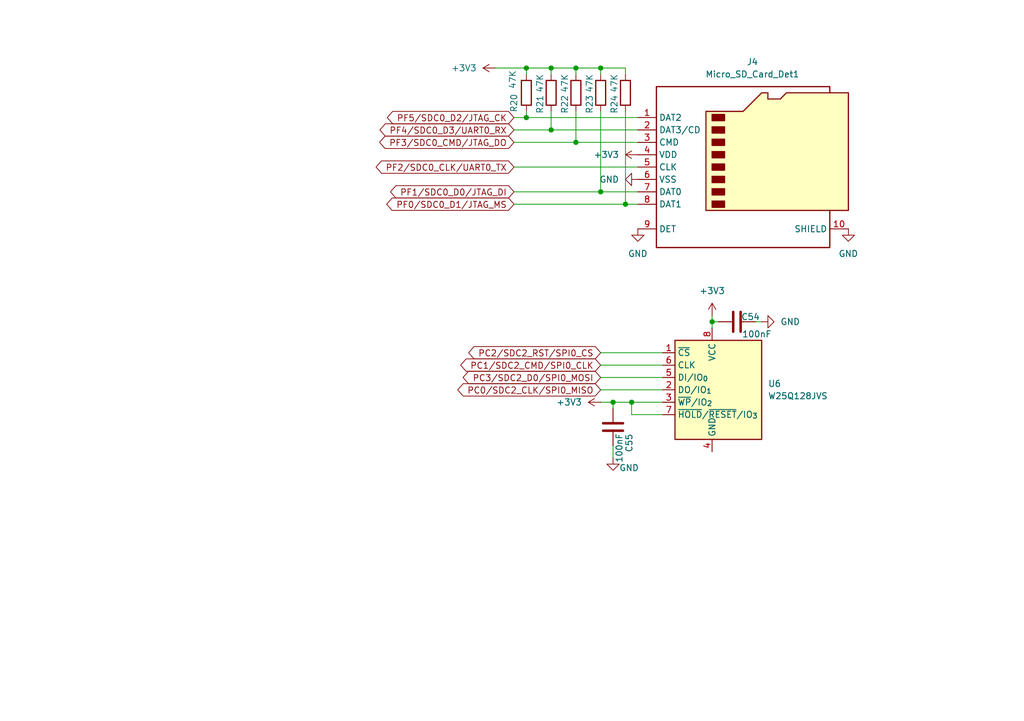
<source format=kicad_sch>
(kicad_sch (version 20250114) (generator "eeschema") (generator_version "9.0")
  (paper "A5")
  (lib_symbols
    (symbol "Connector:Micro_SD_Card_Det1"
      (property "Reference" "J" (at -16.51 17.78 0))
      (property "Value" "Micro_SD_Card_Det1" (at 16.51 17.78 0))
      (symbol "Micro_SD_Card_Det1_0_1"
        (polyline (pts (xy -8.89 -8.89) (xy -8.89 11.43) (xy -1.27 11.43) (xy 2.54 15.24) (xy 3.81 15.24) (xy 3.81 13.97) (xy 6.35 13.97) (xy 7.62 15.24) (xy 20.32 15.24) (xy 20.32 -8.89) (xy -8.89 -8.89)) (stroke (width 0.254)) (fill (type background)))
        (rectangle (start -7.62 10.795) (end -5.08 9.525) (stroke (width 0.254)) (fill (type outline)))
        (rectangle (start -7.62 8.255) (end -5.08 6.985) (stroke (width 0.254)) (fill (type outline)))
        (rectangle (start -7.62 5.715) (end -5.08 4.445) (stroke (width 0.254)) (fill (type outline)))
        (rectangle (start -7.62 3.175) (end -5.08 1.905) (stroke (width 0.254)) (fill (type outline)))
        (rectangle (start -7.62 0.635) (end -5.08 -0.635) (stroke (width 0.254)) (fill (type outline)))
        (rectangle (start -7.62 -1.905) (end -5.08 -3.175) (stroke (width 0.254)) (fill (type outline)))
        (rectangle (start -7.62 -4.445) (end -5.08 -5.715) (stroke (width 0.254)) (fill (type outline)))
        (rectangle (start -7.62 -6.985) (end -5.08 -8.255) (stroke (width 0.254)) (fill (type outline)))
        (polyline (pts (xy 16.51 15.24) (xy 16.51 16.51) (xy -19.05 16.51) (xy -19.05 -16.51) (xy 16.51 -16.51) (xy 16.51 -8.89)) (stroke (width 0.254)))
      )
      (symbol "Micro_SD_Card_Det1_1_1"
        (pin bidirectional line (at -22.86 10.16 0) (length 3.81) (name "DAT2") (number "1"))
        (pin bidirectional line (at -22.86 7.62 0) (length 3.81) (name "DAT3/CD") (number "2"))
        (pin input line (at -22.86 5.08 0) (length 3.81) (name "CMD") (number "3"))
        (pin power_in line (at -22.86 2.54 0) (length 3.81) (name "VDD") (number "4"))
        (pin input line (at -22.86 0 0) (length 3.81) (name "CLK") (number "5"))
        (pin power_in line (at -22.86 -2.54 0) (length 3.81) (name "VSS") (number "6"))
        (pin bidirectional line (at -22.86 -5.08 0) (length 3.81) (name "DAT0") (number "7"))
        (pin bidirectional line (at -22.86 -7.62 0) (length 3.81) (name "DAT1") (number "8"))
        (pin passive line (at -22.86 -12.7 0) (length 3.81) (name "DET") (number "9"))
        (pin passive line (at 20.32 -12.7 180) (length 3.81) (name "SHIELD") (number "10"))
      )
    )
    (symbol "Device:C" (pin_numbers (hide yes)) (pin_names (offset 0.254))
      (property "Reference" "C" (at 0.635 2.54 0))
      (property "Value" "C" (at 0.635 -2.54 0))
      (symbol "C_0_1"
        (polyline (pts (xy -2.032 0.762) (xy 2.032 0.762)) (stroke (width 0.508)))
        (polyline (pts (xy -2.032 -0.762) (xy 2.032 -0.762)) (stroke (width 0.508)))
      )
      (symbol "C_1_1"
        (pin passive line (at 0 3.81 270) (length 2.794) (name "~") (number "1"))
        (pin passive line (at 0 -3.81 90) (length 2.794) (name "~") (number "2"))
      )
    )
    (symbol "Device:R" (pin_numbers (hide yes)) (pin_names (offset 0))
      (property "Reference" "R" (at 2.032 0 90))
      (property "Value" "R" (at 0 0 90))
      (symbol "R_0_1"
        (rectangle (start -1.016 -2.54) (end 1.016 2.54) (stroke (width 0.254)))
      )
      (symbol "R_1_1"
        (pin passive line (at 0 3.81 270) (length 1.27) (name "~") (number "1"))
        (pin passive line (at 0 -3.81 90) (length 1.27) (name "~") (number "2"))
      )
    )
    (symbol "Memory_Flash:W25Q128JVS"
      (property "Reference" "U" (at -6.35 11.43 0))
      (property "Value" "W25Q128JVS" (at 7.62 11.43 0))
      (symbol "W25Q128JVS_0_1"
        (rectangle (start -7.62 10.16) (end 10.16 -10.16) (stroke (width 0.254)) (fill (type background)))
      )
      (symbol "W25Q128JVS_1_1"
        (pin input line (at -10.16 7.62 0) (length 2.54) (name "~{CS}") (number "1"))
        (pin input line (at -10.16 5.08 0) (length 2.54) (name "CLK") (number "6"))
        (pin bidirectional line (at -10.16 2.54 0) (length 2.54) (name "DI/IO_{0}") (number "5"))
        (pin bidirectional line (at -10.16 0 0) (length 2.54) (name "DO/IO_{1}") (number "2"))
        (pin bidirectional line (at -10.16 -2.54 0) (length 2.54) (name "~{WP}/IO_{2}") (number "3"))
        (pin bidirectional line (at -10.16 -5.08 0) (length 2.54) (name "~{HOLD}/~{RESET}/IO_{3}") (number "7"))
        (pin power_in line (at 0 12.7 270) (length 2.54) (name "VCC") (number "8"))
        (pin power_in line (at 0 -12.7 90) (length 2.54) (name "GND") (number "4"))
      )
    )
    (symbol "power:+3V3" (power) (pin_numbers (hide yes)) (pin_names (offset 0) (hide yes))
      (property "Value" "+3V3" (at 0 3.556 0))
      (symbol "+3V3_0_1"
        (polyline (pts (xy -0.762 1.27) (xy 0 2.54)))
        (polyline (pts (xy 0 2.54) (xy 0.762 1.27)))
        (polyline (pts (xy 0 0) (xy 0 2.54)))
      )
      (symbol "+3V3_1_1"
        (pin power_in line (at 0 0 90) (length 0) (name "~") (number "1"))
      )
    )
    (symbol "power:GND" (power) (pin_numbers (hide yes)) (pin_names (offset 0) (hide yes))
      (property "Value" "GND" (at 0 -3.81 0))
      (symbol "GND_0_1"
        (polyline (pts (xy 0 0) (xy 0 -1.27) (xy 1.27 -1.27) (xy 0 -2.54) (xy -1.27 -1.27) (xy 0 -1.27)))
      )
      (symbol "GND_1_1"
        (pin power_in line (at 0 0 270) (length 0) (name "~") (number "1"))
      )
    )
  )
  (junction (at 146.05 66.04))
  (junction (at 113.03 26.67))
  (junction (at 107.95 24.13))
  (junction (at 123.19 39.37))
  (junction (at 107.95 13.97))
  (junction (at 125.73 82.55))
  (junction (at 113.03 13.97))
  (junction (at 128.27 41.91))
  (junction (at 129.54 82.55))
  (junction (at 123.19 13.97))
  (junction (at 118.11 13.97))
  (junction (at 118.11 29.21))
  (wire (pts (xy 105.41 34.29) (xy 130.81 34.29)))
  (wire (pts (xy 118.11 13.97) (xy 123.19 13.97)))
  (wire (pts (xy 147.32 66.04) (xy 146.05 66.04)))
  (wire (pts (xy 105.41 41.91) (xy 128.27 41.91)))
  (wire (pts (xy 105.41 39.37) (xy 123.19 39.37)))
  (wire (pts (xy 123.19 39.37) (xy 130.81 39.37)))
  (wire (pts (xy 146.05 66.04) (xy 146.05 67.31)))
  (wire (pts (xy 105.41 24.13) (xy 107.95 24.13)))
  (wire (pts (xy 113.03 22.86) (xy 113.03 26.67)))
  (wire (pts (xy 123.19 80.01) (xy 135.89 80.01)))
  (wire (pts (xy 125.73 91.44) (xy 125.73 93.98)))
  (wire (pts (xy 113.03 13.97) (xy 113.03 15.24)))
  (wire (pts (xy 101.6 13.97) (xy 107.95 13.97)))
  (wire (pts (xy 105.41 26.67) (xy 113.03 26.67)))
  (wire (pts (xy 146.05 64.77) (xy 146.05 66.04)))
  (wire (pts (xy 128.27 13.97) (xy 128.27 15.24)))
  (wire (pts (xy 123.19 22.86) (xy 123.19 39.37)))
  (wire (pts (xy 128.27 22.86) (xy 128.27 41.91)))
  (wire (pts (xy 107.95 13.97) (xy 113.03 13.97)))
  (wire (pts (xy 125.73 82.55) (xy 125.73 83.82)))
  (wire (pts (xy 128.27 41.91) (xy 130.81 41.91)))
  (wire (pts (xy 105.41 29.21) (xy 118.11 29.21)))
  (wire (pts (xy 129.54 85.09) (xy 129.54 82.55)))
  (wire (pts (xy 123.19 82.55) (xy 125.73 82.55)))
  (wire (pts (xy 118.11 29.21) (xy 130.81 29.21)))
  (wire (pts (xy 123.19 72.39) (xy 135.89 72.39)))
  (wire (pts (xy 125.73 82.55) (xy 129.54 82.55)))
  (wire (pts (xy 156.21 66.04) (xy 154.94 66.04)))
  (wire (pts (xy 107.95 22.86) (xy 107.95 24.13)))
  (wire (pts (xy 123.19 74.93) (xy 135.89 74.93)))
  (wire (pts (xy 113.03 26.67) (xy 130.81 26.67)))
  (wire (pts (xy 118.11 13.97) (xy 118.11 15.24)))
  (wire (pts (xy 123.19 13.97) (xy 123.19 15.24)))
  (wire (pts (xy 123.19 13.97) (xy 128.27 13.97)))
  (wire (pts (xy 123.19 77.47) (xy 135.89 77.47)))
  (wire (pts (xy 107.95 24.13) (xy 130.81 24.13)))
  (wire (pts (xy 107.95 13.97) (xy 107.95 15.24)))
  (wire (pts (xy 129.54 82.55) (xy 135.89 82.55)))
  (wire (pts (xy 135.89 85.09) (xy 129.54 85.09)))
  (wire (pts (xy 118.11 22.86) (xy 118.11 29.21)))
  (wire (pts (xy 113.03 13.97) (xy 118.11 13.97)))
  (global_label "PF5/SDC0_D2/JTAG_CK" (shape bidirectional) (at 105.41 24.13 180) (property "Intersheetrefs" "${INTERSHEET_REFS}" (effects (hide yes))))
  (global_label "PF0/SDC0_D1/JTAG_MS" (shape bidirectional) (at 105.41 41.91 180) (property "Intersheetrefs" "${INTERSHEET_REFS}" (effects (hide yes))))
  (global_label "PC3/SDC2_D0/SPI0_MOSI" (shape bidirectional) (at 123.19 77.47 180) (property "Intersheetrefs" "${INTERSHEET_REFS}" (effects (hide yes))))
  (global_label "PC0/SDC2_CLK/SPI0_MISO" (shape bidirectional) (at 123.19 80.01 180) (property "Intersheetrefs" "${INTERSHEET_REFS}" (effects (hide yes))))
  (global_label "PF2/SDC0_CLK/UART0_TX" (shape bidirectional) (at 105.41 34.29 180) (property "Intersheetrefs" "${INTERSHEET_REFS}" (effects (hide yes))))
  (global_label "PF3/SDC0_CMD/JTAG_DO" (shape bidirectional) (at 105.41 29.21 180) (property "Intersheetrefs" "${INTERSHEET_REFS}" (effects (hide yes))))
  (global_label "PC2/SDC2_RST/SPI0_CS" (shape bidirectional) (at 123.19 72.39 180) (property "Intersheetrefs" "${INTERSHEET_REFS}" (effects (hide yes))))
  (global_label "PF1/SDC0_D0/JTAG_DI" (shape bidirectional) (at 105.41 39.37 180) (property "Intersheetrefs" "${INTERSHEET_REFS}" (effects (hide yes))))
  (global_label "PC1/SDC2_CMD/SPI0_CLK" (shape bidirectional) (at 123.19 74.93 180) (property "Intersheetrefs" "${INTERSHEET_REFS}" (effects (hide yes))))
  (global_label "PF4/SDC0_D3/UART0_RX" (shape bidirectional) (at 105.41 26.67 180) (property "Intersheetrefs" "${INTERSHEET_REFS}" (effects (hide yes))))
  (symbol (lib_id "Device:R") (at 118.11 19.05 0) (unit 1)
    (property "Reference" "R22" (at 115.824 23.368 90) (effects (justify left)))
    (property "Value" "47K" (at 115.824 19.05 90) (effects (justify left)))
    (property "Footprint" "Resistor_SMD:R_0603_1608Metric" (effects (hide yes)))
    (property "Description" "Resistor" (effects (hide yes)))
  )
  (symbol (lib_id "Device:R") (at 128.27 19.05 0) (unit 1)
    (property "Reference" "R24" (at 125.984 23.368 90) (effects (justify left)))
    (property "Value" "47K" (at 125.984 19.05 90) (effects (justify left)))
    (property "Footprint" "Resistor_SMD:R_0603_1608Metric" (effects (hide yes)))
    (property "Description" "Resistor" (effects (hide yes)))
  )
  (symbol (lib_id "power:GND") (at 130.81 46.99 0) (unit 1)
    (property "Reference" "#PWR0127" (effects (hide yes)))
    (property "Value" "GND" (at 130.81 52.07 0))
    (property "Description" "Power symbol creates a global label with name \"GND\" , ground" (effects (hide yes)))
  )
  (symbol (lib_id "power:+3V3") (at 130.81 31.75 90) (unit 1)
    (property "Reference" "#PWR0129" (effects (hide yes)))
    (property "Value" "+3V3" (at 127 31.7499 90) (effects (justify left)))
    (property "Description" "Power symbol creates a global label with name \"+3V3\"" (effects (hide yes)))
  )
  (symbol (lib_id "Memory_Flash:W25Q128JVS") (at 146.05 80.01 0) (unit 1)
    (property "Reference" "U6" (at 157.48 78.7399 0) (effects (justify left)))
    (property "Value" "W25Q128JVS" (at 157.48 81.2799 0) (effects (justify left)))
    (property "Footprint" "Package_SO:SOIC-8_5.3x5.3mm_P1.27mm" (effects (hide yes)))
    (property "Datasheet" "https://www.winbond.com/resource-files/w25q128jv_dtr%20revc%2003272018%20plus.pdf" (effects (hide yes)))
    (property "Description" "128Mbit / 16MiB Serial Flash Memory, Standard/Dual/Quad SPI, 2.7-3.6V, SOIC-8" (effects (hide yes)))
  )
  (symbol (lib_id "power:GND") (at 173.99 46.99 0) (unit 1)
    (property "Reference" "#PWR0130" (effects (hide yes)))
    (property "Value" "GND" (at 173.99 52.07 0))
    (property "Description" "Power symbol creates a global label with name \"GND\" , ground" (effects (hide yes)))
  )
  (symbol (lib_id "power:GND") (at 125.73 93.98 0) (unit 1)
    (property "Reference" "#PWR0125" (effects (hide yes)))
    (property "Value" "GND" (at 131.064 96.012 0) (effects (justify right)))
    (property "Description" "Power symbol creates a global label with name \"GND\" , ground" (effects (hide yes)))
  )
  (symbol (lib_id "Device:R") (at 123.19 19.05 0) (unit 1)
    (property "Reference" "R23" (at 120.904 23.368 90) (effects (justify left)))
    (property "Value" "47K" (at 120.904 19.05 90) (effects (justify left)))
    (property "Footprint" "Resistor_SMD:R_0603_1608Metric" (effects (hide yes)))
    (property "Description" "Resistor" (effects (hide yes)))
  )
  (symbol (lib_id "Device:C") (at 125.73 87.63 0) (unit 1)
    (property "Reference" "C55" (at 129.032 90.932 90))
    (property "Value" "100nF" (at 127 91.948 90))
    (property "Footprint" "Capacitor_SMD:C_0603_1608Metric" (effects (hide yes)))
    (property "Description" "Unpolarized capacitor" (effects (hide yes)))
  )
  (symbol (lib_id "power:+3V3") (at 101.6 13.97 90) (unit 1)
    (property "Reference" "#PWR0126" (effects (hide yes)))
    (property "Value" "+3V3" (at 97.79 13.9699 90) (effects (justify left)))
    (property "Description" "Power symbol creates a global label with name \"+3V3\"" (effects (hide yes)))
  )
  (symbol (lib_id "Connector:Micro_SD_Card_Det1") (at 153.67 34.29 0) (unit 1)
    (property "Reference" "J4" (at 154.305 12.7 0))
    (property "Value" "Micro_SD_Card_Det1" (at 154.305 15.24 0))
    (property "Footprint" "myPCB:TF-SMD_TF-PUSH" (effects (hide yes)))
    (property "Datasheet" "https://datasheet.lcsc.com/lcsc/2110151630_XKB-Connectivity-XKTF-015-N_C381082.pdf" (effects (hide yes)))
    (property "Description" "Micro SD Card Socket with one card detection pin" (effects (hide yes)))
  )
  (symbol (lib_id "power:GND") (at 156.21 66.04 90) (unit 1)
    (property "Reference" "#PWR0124" (effects (hide yes)))
    (property "Value" "GND" (at 160.02 66.0399 90) (effects (justify right)))
    (property "Description" "Power symbol creates a global label with name \"GND\" , ground" (effects (hide yes)))
  )
  (symbol (lib_id "Device:R") (at 113.03 19.05 0) (unit 1)
    (property "Reference" "R21" (at 110.744 23.368 90) (effects (justify left)))
    (property "Value" "47K" (at 110.744 19.05 90) (effects (justify left)))
    (property "Footprint" "Resistor_SMD:R_0603_1608Metric" (effects (hide yes)))
    (property "Description" "Resistor" (effects (hide yes)))
  )
  (symbol (lib_id "power:+3V3") (at 146.05 64.77 0) (unit 1)
    (property "Reference" "#PWR0123" (effects (hide yes)))
    (property "Value" "+3V3" (at 146.05 59.69 0))
    (property "Description" "Power symbol creates a global label with name \"+3V3\"" (effects (hide yes)))
  )
  (symbol (lib_id "Device:C") (at 151.13 66.04 90) (unit 1)
    (property "Reference" "C54" (at 153.924 65.024 90))
    (property "Value" "100nF" (at 155.194 68.58 90))
    (property "Footprint" "Capacitor_SMD:C_0603_1608Metric" (effects (hide yes)))
    (property "Description" "Unpolarized capacitor" (effects (hide yes)))
  )
  (symbol (lib_id "power:+3V3") (at 123.19 82.55 90) (unit 1)
    (property "Reference" "#PWR0122" (effects (hide yes)))
    (property "Value" "+3V3" (at 119.38 82.5499 90) (effects (justify left)))
    (property "Description" "Power symbol creates a global label with name \"+3V3\"" (effects (hide yes)))
  )
  (symbol (lib_id "power:GND") (at 130.81 36.83 270) (unit 1)
    (property "Reference" "#PWR0128" (effects (hide yes)))
    (property "Value" "GND" (at 127 36.8299 90) (effects (justify right)))
    (property "Description" "Power symbol creates a global label with name \"GND\" , ground" (effects (hide yes)))
  )
  (symbol (lib_id "Device:R") (at 107.95 19.05 0) (unit 1)
    (property "Reference" "R20" (at 105.41 23.114 90) (effects (justify left)))
    (property "Value" "47K" (at 105.156 18.288 90) (effects (justify left)))
    (property "Footprint" "Resistor_SMD:R_0603_1608Metric" (effects (hide yes)))
    (property "Description" "Resistor" (effects (hide yes)))
  )
)
</source>
